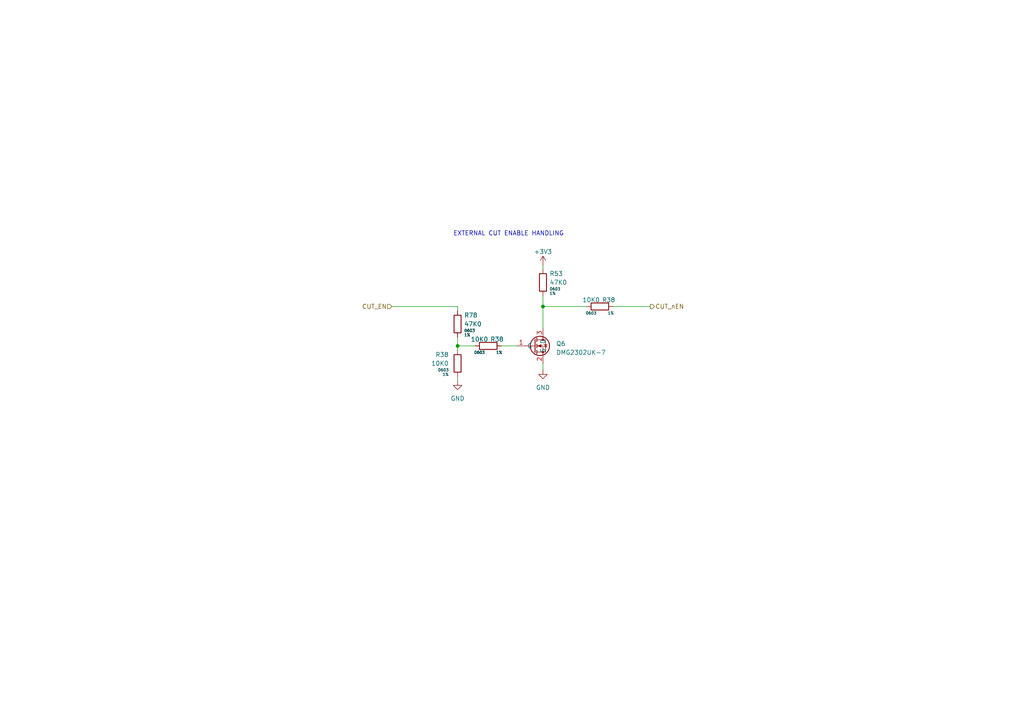
<source format=kicad_sch>
(kicad_sch (version 20230121) (generator eeschema)
  (paper "A4")
  (title_block (company "Rack Robotics, Inc.") (comment 1 "Engineering by DragonFly Power Systems") (comment 2 "Design by Rack Robotics, Inc."))
  (lib_symbols
    (symbol "0603_RES:10K0"
      (property "Reference" "R" (at 1.27 2.54 0))
      (property "Value" "10K0" (at 1.27 0.635 0))
      (property "Package Size" "0603" (at 1.27 -1.27 0))
      (property "Tolerance" "1%" (at 1.27 -2.54 0))
      (symbol "10K0_0_1"
        (rectangle (start -1.016 2.54) (end 1.016 -2.54) (stroke (width 0.254)))
      )
      (symbol "10K0_1_1"
        (pin passive line (at 0 3.81 270) (length 1.27) (name "~") (number "1"))
        (pin passive line (at 0 -3.81 90) (length 1.27) (name "~") (number "2"))
      )
    )
    (symbol "0603_RES:47K0"
      (property "Reference" "R" (at 1.27 2.54 0))
      (property "Value" "47K0" (at 1.27 0.635 0))
      (property "Package Size" "0603" (at 1.27 -1.27 0))
      (property "Tolerance" "1%" (at 1.27 -2.54 0))
      (symbol "47K0_0_1"
        (rectangle (start -1.016 2.54) (end 1.016 -2.54) (stroke (width 0.254)))
      )
      (symbol "47K0_1_1"
        (pin passive line (at 0 3.81 270) (length 1.27) (name "~") (number "1"))
        (pin passive line (at 0 -3.81 90) (length 1.27) (name "~") (number "2"))
      )
    )
    (symbol "SIGNAL_FETS:DMG2302UK-7"
      (property "Reference" "Q" (at 1.27 5.08 0))
      (property "Value" "DMG2302UK-7" (at 1.27 2.54 0))
      (symbol "DMG2302UK-7_0_1"
        (circle (center -0.889 0) (radius 2.794) (stroke (width 0.254)))
        (circle (center 0 -1.778) (radius 0.254) (fill (type outline)))
        (polyline (pts (xy -2.286 0) (xy -5.08 0)))
        (polyline (pts (xy -2.286 1.905) (xy -2.286 -1.905)) (stroke (width 0.254)))
        (polyline (pts (xy -1.778 -1.27) (xy -1.778 -2.286)) (stroke (width 0.254)))
        (polyline (pts (xy -1.778 0.508) (xy -1.778 -0.508)) (stroke (width 0.254)))
        (polyline (pts (xy -1.778 2.286) (xy -1.778 1.27)) (stroke (width 0.254)))
        (polyline (pts (xy 0 2.54) (xy 0 1.778)))
        (polyline (pts (xy 0 -2.54) (xy 0 0) (xy -1.778 0)))
        (polyline (pts (xy -1.778 -1.778) (xy 0.762 -1.778) (xy 0.762 1.778) (xy -1.778 1.778)))
        (polyline (pts (xy -1.524 0) (xy -0.508 0.381) (xy -0.508 -0.381) (xy -1.524 0)) (fill (type outline)))
        (polyline (pts (xy 0.254 0.508) (xy 0.381 0.381) (xy 1.143 0.381) (xy 1.27 0.254)))
        (polyline (pts (xy 0.762 0.381) (xy 0.381 -0.254) (xy 1.143 -0.254) (xy 0.762 0.381)))
        (circle (center 0 1.778) (radius 0.254) (fill (type outline)))
      )
      (symbol "DMG2302UK-7_1_1"
        (pin passive line (at -7.62 0 0) (length 2.54) (name "G") (number "1"))
        (pin passive line (at 0 -5.08 90) (length 2.54) (name "S") (number "2"))
        (pin passive line (at 0 5.08 270) (length 2.54) (name "D") (number "3"))
      )
    )
    (symbol "power:+3V3" (power) (pin_names (offset 0))
      (property "Value" "+3V3" (at 0 3.556 0))
      (symbol "+3V3_0_1"
        (polyline (pts (xy -0.762 1.27) (xy 0 2.54)))
        (polyline (pts (xy 0 0) (xy 0 2.54)))
        (polyline (pts (xy 0 2.54) (xy 0.762 1.27)))
      )
      (symbol "+3V3_1_1"
        (pin power_in line (at 0 0 90) (length 0) hide (name "+3V3") (number "1"))
      )
    )
    (symbol "power:GND" (power) (pin_names (offset 0))
      (property "Value" "GND" (at 0 -3.81 0))
      (symbol "GND_0_1"
        (polyline (pts (xy 0 0) (xy 0 -1.27) (xy 1.27 -1.27) (xy 0 -2.54) (xy -1.27 -1.27) (xy 0 -1.27)))
      )
      (symbol "GND_1_1"
        (pin power_in line (at 0 0 270) (length 0) hide (name "GND") (number "1"))
      )
    )
  )
  (junction (at 157.48 88.9))
  (junction (at 132.715 100.33))
  (wire (pts (xy 157.48 85.725) (xy 157.48 88.9)))
  (wire (pts (xy 132.715 88.9) (xy 132.715 90.17)))
  (wire (pts (xy 149.86 100.33) (xy 145.415 100.33)))
  (wire (pts (xy 113.665 88.9) (xy 132.715 88.9)))
  (wire (pts (xy 132.715 100.33) (xy 132.715 101.6)))
  (wire (pts (xy 157.48 105.41) (xy 157.48 107.315)))
  (wire (pts (xy 157.48 76.835) (xy 157.48 78.105)))
  (wire (pts (xy 157.48 95.25) (xy 157.48 88.9)))
  (wire (pts (xy 177.8 88.9) (xy 188.595 88.9)))
  (wire (pts (xy 132.715 109.22) (xy 132.715 110.49)))
  (wire (pts (xy 157.48 88.9) (xy 170.18 88.9)))
  (wire (pts (xy 137.795 100.33) (xy 132.715 100.33)))
  (wire (pts (xy 132.715 97.79) (xy 132.715 100.33)))
  (text "EXTERNAL CUT ENABLE HANDLING" (at 131.445 68.58 0) (effects (font (size 1.27 1.27)) (justify left bottom)))
  (hierarchical_label "CUT_EN" (shape input) (at 113.665 88.9 180))
  (hierarchical_label "CUT_nEN" (shape output) (at 188.595 88.9 0))
  (symbol (lib_id "0603_RES:47K0") (at 157.48 81.915 0) (unit 1)
    (property "Reference" "R53" (at 159.385 79.375 0) (effects (justify left)))
    (property "Value" "47K0" (at 159.385 81.915 0) (effects (justify left)))
    (property "Footprint" "Resistor_SMD:R_0603_1608Metric" (effects hide))
    (property "Datasheet" "https://www.seielect.com/Catalog/SEI-RMCF_RMCP.pdf" (effects hide))
    (property "Package Size" "0603" (at 159.385 83.82 0) (effects (font (size 0.8 0.8)) (justify left)))
    (property "Tolerance" "1%" (at 159.385 85.09 0) (effects (font (size 0.8 0.8)) (justify left)))
    (property "Part Number" "RMCF0603FT47K0" (effects hide))
    (property "Manufacturer" "Stackpole" (effects hide))
  )
  (symbol (lib_id "0603_RES:10K0") (at 173.99 88.9 270) (mirror x) (unit 1)
    (property "Reference" "R38" (at 176.53 86.995 90))
    (property "Value" "10K0" (at 171.45 86.995 90))
    (property "Footprint" "Resistor_SMD:R_0603_1608Metric" (effects hide))
    (property "Datasheet" "https://www.seielect.com/Catalog/SEI-RMCF_RMCP.pdf" (effects hide))
    (property "Package Size" "0603" (at 171.45 90.805 90) (effects (font (size 0.8 0.8))))
    (property "Tolerance" "1%" (at 177.165 90.805 90) (effects (font (size 0.8 0.8))))
    (property "Part Number" "RMCF0603FT10K0" (effects hide))
    (property "Manufacturer" "Stackpole" (effects hide))
    (instances (project "POWERCORE-V2.0_MOTHERBOARD" (path "" (reference "R38") (unit 1)) (path "" (reference "R82") (unit 1))))
  )
  (symbol (lib_id "power:GND") (at 132.715 110.49 0) (mirror y) (unit 1)
    (property "Reference" "#PWR091" (effects hide))
    (property "Value" "GND" (at 132.715 115.57 0))
  )
  (symbol (lib_id "SIGNAL_FETS:DMG2302UK-7") (at 157.48 100.33 0) (unit 1)
    (property "Reference" "Q6" (at 161.29 99.695 0) (effects (justify left)))
    (property "Value" "DMG2302UK-7" (at 161.29 102.235 0) (effects (justify left)))
    (property "Footprint" "SOT:SOT-23-3" (effects hide))
    (property "Datasheet" "https://www.diodes.com/assets/Datasheets/DMG2301L.pdf" (effects hide))
    (property "Manufacturer" "Diodes Inc" (effects hide))
    (property "Part Number" "DMG2302UK-7" (effects hide))
    (instances (project "POWERCORE-V2.0_MOTHERBOARD" (path "" (reference "Q6") (unit 1)) (path "" (reference "Q7") (unit 1))))
  )
  (symbol (lib_id "power:+3V3") (at 157.48 76.835 0) (mirror y) (unit 1)
    (property "Reference" "#PWR020" (effects hide))
    (property "Value" "+3V3" (at 157.48 73.025 0))
    (instances (project "POWERCORE-V2.0_MOTHERBOARD" (path "" (reference "#PWR020") (unit 1)) (path "" (reference "#PWR092") (unit 1))))
  )
  (symbol (lib_id "0603_RES:10K0") (at 132.715 105.41 0) (mirror y) (unit 1)
    (property "Reference" "R38" (at 130.175 102.87 0) (effects (justify left)))
    (property "Value" "10K0" (at 130.175 105.41 0) (effects (justify left)))
    (property "Footprint" "Resistor_SMD:R_0603_1608Metric" (effects hide))
    (property "Datasheet" "https://www.seielect.com/Catalog/SEI-RMCF_RMCP.pdf" (effects hide))
    (property "Package Size" "0603" (at 130.175 107.315 0) (effects (font (size 0.8 0.8)) (justify left)))
    (property "Tolerance" "1%" (at 130.175 108.585 0) (effects (font (size 0.8 0.8)) (justify left)))
    (property "Part Number" "RMCF0603FT10K0" (effects hide))
    (property "Manufacturer" "Stackpole" (effects hide))
    (instances (project "POWERCORE-V2.0_MOTHERBOARD" (path "" (reference "R38") (unit 1)) (path "" (reference "R79") (unit 1))))
  )
  (symbol (lib_id "0603_RES:47K0") (at 132.715 93.98 0) (unit 1)
    (property "Reference" "R78" (at 134.62 91.44 0) (effects (justify left)))
    (property "Value" "47K0" (at 134.62 93.98 0) (effects (justify left)))
    (property "Footprint" "Resistor_SMD:R_0603_1608Metric" (effects hide))
    (property "Datasheet" "https://www.seielect.com/Catalog/SEI-RMCF_RMCP.pdf" (effects hide))
    (property "Package Size" "0603" (at 134.62 95.885 0) (effects (font (size 0.8 0.8)) (justify left)))
    (property "Tolerance" "1%" (at 134.62 97.155 0) (effects (font (size 0.8 0.8)) (justify left)))
    (property "Part Number" "RMCF0603FT47K0" (effects hide))
    (property "Manufacturer" "Stackpole" (effects hide))
  )
  (symbol (lib_id "power:GND") (at 157.48 107.315 0) (mirror y) (unit 1)
    (property "Reference" "#PWR090" (effects hide))
    (property "Value" "GND" (at 157.48 112.395 0))
  )
  (symbol (lib_id "0603_RES:10K0") (at 141.605 100.33 270) (mirror x) (unit 1)
    (property "Reference" "R38" (at 144.145 98.425 90))
    (property "Value" "10K0" (at 139.065 98.425 90))
    (property "Footprint" "Resistor_SMD:R_0603_1608Metric" (effects hide))
    (property "Datasheet" "https://www.seielect.com/Catalog/SEI-RMCF_RMCP.pdf" (effects hide))
    (property "Package Size" "0603" (at 139.065 102.235 90) (effects (font (size 0.8 0.8))))
    (property "Tolerance" "1%" (at 144.78 102.235 90) (effects (font (size 0.8 0.8))))
    (property "Part Number" "RMCF0603FT10K0" (effects hide))
    (property "Manufacturer" "Stackpole" (effects hide))
    (instances (project "POWERCORE-V2.0_MOTHERBOARD" (path "" (reference "R38") (unit 1)) (path "" (reference "R80") (unit 1))))
  )
)
</source>
